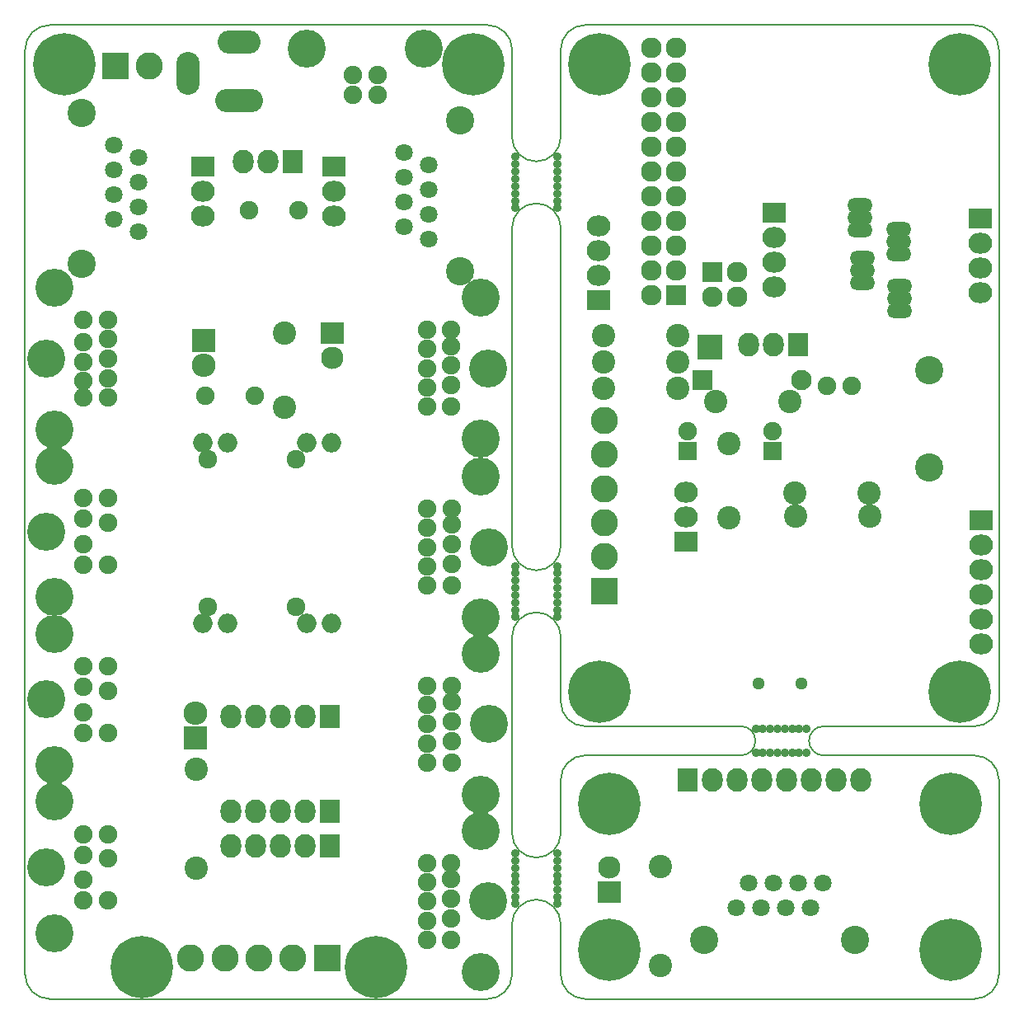
<source format=gbs>
G04 #@! TF.FileFunction,Soldermask,Bot*
%FSLAX46Y46*%
G04 Gerber Fmt 4.6, Leading zero omitted, Abs format (unit mm)*
G04 Created by KiCad (PCBNEW 4.0.7-e2-6376~58~ubuntu16.04.1) date Sun Nov 19 12:47:47 2017*
%MOMM*%
%LPD*%
G01*
G04 APERTURE LIST*
%ADD10C,0.100000*%
%ADD11C,0.150000*%
%ADD12R,2.127200X2.127200*%
%ADD13O,2.127200X2.127200*%
%ADD14C,6.400000*%
%ADD15C,1.900000*%
%ADD16C,3.900000*%
%ADD17C,1.800000*%
%ADD18C,2.900000*%
%ADD19R,2.432000X2.127200*%
%ADD20O,2.432000X2.127200*%
%ADD21R,2.127200X2.432000*%
%ADD22O,2.127200X2.432000*%
%ADD23C,2.800000*%
%ADD24R,2.800000X2.800000*%
%ADD25O,2.398980X4.400500*%
%ADD26O,4.400500X2.398980*%
%ADD27O,4.900880X2.398980*%
%ADD28C,1.901140*%
%ADD29R,1.900000X1.900000*%
%ADD30C,2.099260*%
%ADD31R,2.099260X2.099260*%
%ADD32C,2.899360*%
%ADD33C,1.299160*%
%ADD34R,2.432000X2.432000*%
%ADD35O,2.432000X2.432000*%
%ADD36C,2.398980*%
%ADD37C,0.900000*%
%ADD38C,3.900120*%
%ADD39R,2.400000X2.300000*%
%ADD40C,2.300000*%
%ADD41O,2.600000X1.500000*%
%ADD42R,2.635200X2.635200*%
%ADD43O,2.000000X2.000000*%
%ADD44C,1.924000*%
G04 APERTURE END LIST*
D10*
D11*
X167000000Y-126500000D02*
X167000000Y-146500000D01*
X167000000Y-118500000D02*
X167000000Y-51500000D01*
X122000000Y-112500000D02*
X122000000Y-118500000D01*
X122000000Y-126500000D02*
X122000000Y-132000000D01*
X117000000Y-69800000D02*
X117000000Y-102500000D01*
X122000000Y-102500000D02*
X122000000Y-69800000D01*
X117000000Y-112500000D02*
X117000000Y-111800000D01*
X122000000Y-112500000D02*
X122000000Y-111800000D01*
X117000000Y-146500000D02*
X117000000Y-141300000D01*
X122000000Y-141300000D02*
X122000000Y-146500000D01*
X117000000Y-129500000D02*
X117000000Y-132000000D01*
X117000000Y-112500000D02*
X117000000Y-129500000D01*
X117000000Y-102500000D02*
G75*
G03X119500000Y-105000000I2500000J0D01*
G01*
X119500000Y-105000000D02*
G75*
G03X122000000Y-102500000I0J2500000D01*
G01*
X119500000Y-109300000D02*
G75*
G03X117000000Y-111800000I0J-2500000D01*
G01*
X122000000Y-111800000D02*
G75*
G03X119500000Y-109300000I-2500000J0D01*
G01*
X149000000Y-124000000D02*
X164500000Y-124000000D01*
X167000000Y-126500000D02*
G75*
G03X164500000Y-124000000I-2500000J0D01*
G01*
X149000000Y-121000000D02*
X164500000Y-121000000D01*
X124500000Y-124000000D02*
X140500000Y-124000000D01*
X124500000Y-121000000D02*
X140500000Y-121000000D01*
X164500000Y-121000000D02*
G75*
G03X167000000Y-118500000I0J2500000D01*
G01*
X147500000Y-122500000D02*
G75*
G03X149000000Y-124000000I1500000J0D01*
G01*
X149000000Y-121000000D02*
G75*
G03X147500000Y-122500000I0J-1500000D01*
G01*
X140500000Y-124000000D02*
G75*
G03X142000000Y-122500000I0J1500000D01*
G01*
X142000000Y-122500000D02*
G75*
G03X140500000Y-121000000I-1500000J0D01*
G01*
X122000000Y-118500000D02*
G75*
G03X124500000Y-121000000I2500000J0D01*
G01*
X124500000Y-124000000D02*
G75*
G03X122000000Y-126500000I0J-2500000D01*
G01*
X119500000Y-67300000D02*
G75*
G03X117000000Y-69800000I0J-2500000D01*
G01*
X122000000Y-69800000D02*
G75*
G03X119500000Y-67300000I-2500000J0D01*
G01*
X117000000Y-132000000D02*
G75*
G03X119500000Y-134500000I2500000J0D01*
G01*
X119500000Y-134500000D02*
G75*
G03X122000000Y-132000000I0J2500000D01*
G01*
X122000000Y-60500000D02*
X122000000Y-51500000D01*
X119500000Y-63000000D02*
G75*
G03X122000000Y-60500000I0J2500000D01*
G01*
X117000000Y-60500000D02*
G75*
G03X119500000Y-63000000I2500000J0D01*
G01*
X124500000Y-49000000D02*
G75*
G03X122000000Y-51500000I0J-2500000D01*
G01*
X119500000Y-138800000D02*
G75*
G03X117000000Y-141300000I0J-2500000D01*
G01*
X122000000Y-141300000D02*
G75*
G03X119500000Y-138800000I-2500000J0D01*
G01*
X117000000Y-51500000D02*
X117000000Y-60500000D01*
X124500000Y-49000000D02*
X164500000Y-49000000D01*
X124500000Y-149000000D02*
X164500000Y-149000000D01*
X122000000Y-146500000D02*
G75*
G03X124500000Y-149000000I2500000J0D01*
G01*
X117000000Y-51500000D02*
G75*
G03X114500000Y-49000000I-2500000J0D01*
G01*
X114500000Y-149000000D02*
G75*
G03X117000000Y-146500000I0J2500000D01*
G01*
X67000000Y-146500000D02*
G75*
G03X69500000Y-149000000I2500000J0D01*
G01*
X164500000Y-149000000D02*
G75*
G03X167000000Y-146500000I0J2500000D01*
G01*
X69500000Y-49000000D02*
G75*
G03X67000000Y-51500000I0J-2500000D01*
G01*
X167000000Y-51500000D02*
G75*
G03X164500000Y-49000000I-2500000J0D01*
G01*
X67000000Y-146500000D02*
X67000000Y-51500000D01*
X69500000Y-149000000D02*
X114500000Y-149000000D01*
X69500000Y-49000000D02*
X114500000Y-49000000D01*
D12*
X133858000Y-76733400D03*
D13*
X131318000Y-76733400D03*
X133858000Y-74193400D03*
X131318000Y-74193400D03*
X133858000Y-71653400D03*
X131318000Y-71653400D03*
X133858000Y-69113400D03*
X131318000Y-69113400D03*
X133858000Y-66573400D03*
X131318000Y-66573400D03*
X133858000Y-64033400D03*
X131318000Y-64033400D03*
X133858000Y-61493400D03*
X131318000Y-61493400D03*
X133858000Y-58953400D03*
X131318000Y-58953400D03*
X133858000Y-56413400D03*
X131318000Y-56413400D03*
X133858000Y-53873400D03*
X131318000Y-53873400D03*
X133858000Y-51333400D03*
X131318000Y-51333400D03*
D14*
X162000000Y-129000000D03*
X163000000Y-117500000D03*
X126000000Y-53000000D03*
X163000000Y-53000000D03*
X126000000Y-117500000D03*
X162000000Y-144000000D03*
X127000000Y-129000000D03*
X127000000Y-144000000D03*
X103000000Y-145750000D03*
X113000000Y-53000000D03*
X79000000Y-145750000D03*
D15*
X110750000Y-136700000D03*
X110750000Y-138700000D03*
X110750000Y-140700000D03*
X110750000Y-135050000D03*
X108250000Y-137000000D03*
X108250000Y-139000000D03*
X110750000Y-142950000D03*
X108250000Y-135050000D03*
X108250000Y-141000000D03*
X108250000Y-142950000D03*
D16*
X113750000Y-146250000D03*
X114550000Y-139000000D03*
X113750000Y-131750000D03*
D15*
X110800000Y-118500000D03*
X110800000Y-120500000D03*
X110800000Y-122500000D03*
X110800000Y-116850000D03*
X108300000Y-118800000D03*
X108300000Y-120800000D03*
X110800000Y-124750000D03*
X108300000Y-116850000D03*
X108300000Y-122800000D03*
X108300000Y-124750000D03*
D16*
X113800000Y-128050000D03*
X114600000Y-120800000D03*
X113800000Y-113550000D03*
D15*
X110800000Y-100300000D03*
X110800000Y-102300000D03*
X110800000Y-104300000D03*
X110800000Y-98650000D03*
X108300000Y-100600000D03*
X108300000Y-102600000D03*
X110800000Y-106550000D03*
X108300000Y-98650000D03*
X108300000Y-104600000D03*
X108300000Y-106550000D03*
D16*
X113800000Y-109850000D03*
X114600000Y-102600000D03*
X113800000Y-95350000D03*
D15*
X110750000Y-81950000D03*
X110750000Y-83950000D03*
X110750000Y-85950000D03*
X110750000Y-80300000D03*
X108250000Y-82250000D03*
X108250000Y-84250000D03*
X110750000Y-88200000D03*
X108250000Y-80300000D03*
X108250000Y-86250000D03*
X108250000Y-88200000D03*
D16*
X113750000Y-91500000D03*
X114550000Y-84250000D03*
X113750000Y-77000000D03*
D15*
X73000000Y-85550000D03*
X73000000Y-83550000D03*
X73000000Y-81550000D03*
X73000000Y-87200000D03*
X75500000Y-85250000D03*
X75500000Y-83250000D03*
X73000000Y-79300000D03*
X75500000Y-87200000D03*
X75500000Y-81250000D03*
X75500000Y-79300000D03*
D16*
X70000000Y-76000000D03*
X69200000Y-83250000D03*
X70000000Y-90500000D03*
D15*
X73000000Y-119550000D03*
X73000000Y-116950000D03*
X73000000Y-121650000D03*
X73000000Y-114850000D03*
X75500000Y-121650000D03*
X75500000Y-117350000D03*
X75500000Y-114850000D03*
D16*
X70000000Y-111500000D03*
X69200000Y-118250000D03*
X70000000Y-125000000D03*
D15*
X73000000Y-136800000D03*
X73000000Y-134200000D03*
X73000000Y-138900000D03*
X73000000Y-132100000D03*
X75500000Y-138900000D03*
X75500000Y-134600000D03*
X75500000Y-132100000D03*
D16*
X70000000Y-128750000D03*
X69200000Y-135500000D03*
X70000000Y-142250000D03*
D17*
X76090000Y-63845000D03*
X76090000Y-61305000D03*
X78630000Y-62575000D03*
X78630000Y-65115000D03*
X76090000Y-66385000D03*
X78630000Y-67655000D03*
X76090000Y-68925000D03*
X78630000Y-70195000D03*
D18*
X72800000Y-58000000D03*
X72800000Y-73500000D03*
D17*
X108410000Y-68405000D03*
X108410000Y-70945000D03*
X105870000Y-69675000D03*
X105870000Y-67135000D03*
X108410000Y-65865000D03*
X105870000Y-64595000D03*
X108410000Y-63325000D03*
X105870000Y-62055000D03*
D18*
X111700000Y-74250000D03*
X111700000Y-58750000D03*
D19*
X85250000Y-63500000D03*
D20*
X85250000Y-66040000D03*
X85250000Y-68580000D03*
D19*
X98750000Y-63500000D03*
D20*
X98750000Y-66040000D03*
X98750000Y-68580000D03*
D14*
X71000000Y-53000000D03*
D21*
X98250000Y-133250000D03*
D22*
X95710000Y-133250000D03*
X93170000Y-133250000D03*
X90630000Y-133250000D03*
X88090000Y-133250000D03*
D23*
X94500000Y-144800000D03*
D24*
X98000000Y-144800000D03*
D23*
X91000000Y-144800000D03*
X87500000Y-144800000D03*
X84000000Y-144800000D03*
D25*
X83699020Y-54000120D03*
D26*
X89000000Y-50748920D03*
D27*
X89000000Y-56750940D03*
D17*
X142595000Y-139660000D03*
X140055000Y-139660000D03*
X141325000Y-137120000D03*
X143865000Y-137120000D03*
X145135000Y-139660000D03*
X146405000Y-137120000D03*
X147675000Y-139660000D03*
X148945000Y-137120000D03*
D18*
X136750000Y-142950000D03*
X152250000Y-142950000D03*
D21*
X135000000Y-126500000D03*
D22*
X137540000Y-126500000D03*
X140080000Y-126500000D03*
X142620000Y-126500000D03*
X145160000Y-126500000D03*
X147700000Y-126500000D03*
X150240000Y-126500000D03*
X152780000Y-126500000D03*
D21*
X98250000Y-129750000D03*
D22*
X95710000Y-129750000D03*
X93170000Y-129750000D03*
X90630000Y-129750000D03*
X88090000Y-129750000D03*
D21*
X98250000Y-120000000D03*
D22*
X95710000Y-120000000D03*
X93170000Y-120000000D03*
X90630000Y-120000000D03*
X88090000Y-120000000D03*
D23*
X79750000Y-53200000D03*
D24*
X76250000Y-53200000D03*
D21*
X94500000Y-63000000D03*
D22*
X91960000Y-63000000D03*
X89420000Y-63000000D03*
D28*
X149352000Y-86042500D03*
X151892000Y-86042500D03*
D29*
X143764000Y-92694000D03*
D15*
X143764000Y-90694000D03*
D29*
X135001000Y-92694000D03*
D15*
X135001000Y-90694000D03*
D30*
X146749020Y-85468460D03*
D31*
X136589020Y-85468460D03*
D15*
X73000000Y-102300000D03*
X73000000Y-99700000D03*
X73000000Y-104400000D03*
X73000000Y-97600000D03*
X75500000Y-104400000D03*
X75500000Y-100100000D03*
X75500000Y-97600000D03*
D16*
X70000000Y-94250000D03*
X69200000Y-101000000D03*
X70000000Y-107750000D03*
D32*
X159829500Y-84406740D03*
X159829500Y-94409260D03*
D33*
X142302900Y-116628400D03*
X146699640Y-116628400D03*
D19*
X165201600Y-99822000D03*
D20*
X165201600Y-102362000D03*
X165201600Y-104902000D03*
X165201600Y-107442000D03*
X165201600Y-109982000D03*
X165201600Y-112522000D03*
D23*
X126480800Y-103598800D03*
D24*
X126480800Y-107098800D03*
D23*
X126480800Y-100098800D03*
X126480800Y-96598800D03*
X126480800Y-93098800D03*
X126480800Y-89598800D03*
D34*
X84518500Y-122237500D03*
D35*
X84518500Y-119697500D03*
D36*
X153733500Y-99441000D03*
X146113500Y-99441000D03*
X137922000Y-87693500D03*
X145542000Y-87693500D03*
X139255500Y-99631500D03*
X139255500Y-92011500D03*
X146050000Y-97028000D03*
X153670000Y-97028000D03*
X93599000Y-80645000D03*
X93599000Y-88265000D03*
D28*
X90017600Y-68046600D03*
X95097600Y-68046600D03*
X90551000Y-87058500D03*
X85471000Y-87058500D03*
D37*
X142050000Y-123750000D03*
X142750000Y-123750000D03*
X147250000Y-123750000D03*
X146500000Y-123750000D03*
X145750000Y-123750000D03*
X145000000Y-123750000D03*
X144250000Y-123750000D03*
X143500000Y-123750000D03*
X142050000Y-121250000D03*
X142750000Y-121250000D03*
X147250000Y-121250000D03*
X146500000Y-121250000D03*
X145750000Y-121250000D03*
X145000000Y-121250000D03*
X144250000Y-121250000D03*
X143500000Y-121250000D03*
X121650000Y-139250000D03*
X121650000Y-138550000D03*
X121650000Y-134050000D03*
X121650000Y-134800000D03*
X121650000Y-135550000D03*
X121650000Y-136300000D03*
X121650000Y-137050000D03*
X121650000Y-137800000D03*
X117350000Y-139250000D03*
X117350000Y-138550000D03*
X117350000Y-134050000D03*
X117350000Y-134800000D03*
X117350000Y-135550000D03*
X117350000Y-136300000D03*
X117350000Y-137050000D03*
X117350000Y-137800000D03*
X121650000Y-109750000D03*
X121650000Y-109050000D03*
X121650000Y-104550000D03*
X121650000Y-105300000D03*
X121650000Y-106050000D03*
X121650000Y-106800000D03*
X121650000Y-107550000D03*
X121650000Y-108300000D03*
X117350000Y-109750000D03*
X117350000Y-109050000D03*
X117350000Y-104550000D03*
X117350000Y-105300000D03*
X117350000Y-106050000D03*
X117350000Y-106800000D03*
X117350000Y-107550000D03*
X117350000Y-108300000D03*
X121650000Y-67750000D03*
X121650000Y-67050000D03*
X121650000Y-62550000D03*
X121650000Y-63300000D03*
X121650000Y-64050000D03*
X121650000Y-64800000D03*
X121650000Y-65550000D03*
X121650000Y-66300000D03*
X117350000Y-67750000D03*
X117350000Y-67050000D03*
X117350000Y-62550000D03*
X117350000Y-63300000D03*
X117350000Y-64050000D03*
X117350000Y-64800000D03*
X117350000Y-65550000D03*
X117350000Y-66300000D03*
D36*
X84582000Y-135572500D03*
X84582000Y-125412500D03*
D28*
X103162100Y-54152800D03*
X100672900Y-54152800D03*
X100672900Y-56159400D03*
X103162100Y-56159400D03*
D38*
X107937300Y-51435000D03*
X95897700Y-51435000D03*
D39*
X127000000Y-138000000D03*
D40*
X127000000Y-135460000D03*
D36*
X132270500Y-135445500D03*
X132270500Y-145605500D03*
D21*
X146367500Y-81788000D03*
D22*
X143827500Y-81788000D03*
X141287500Y-81788000D03*
D19*
X125882400Y-77241400D03*
D20*
X125882400Y-74701400D03*
X125882400Y-72161400D03*
X125882400Y-69621400D03*
D19*
X134874000Y-102044500D03*
D20*
X134874000Y-99504500D03*
X134874000Y-96964500D03*
D41*
X152717500Y-67500500D03*
X152717500Y-68770500D03*
X152717500Y-70040500D03*
X156718000Y-69977000D03*
X156718000Y-71247000D03*
X156718000Y-72517000D03*
X152971500Y-72961500D03*
X152971500Y-74231500D03*
X152971500Y-75501500D03*
X156781500Y-75819000D03*
X156781500Y-77089000D03*
X156781500Y-78359000D03*
D12*
X137604500Y-74358500D03*
D13*
X140144500Y-74358500D03*
X137604500Y-76898500D03*
X140144500Y-76898500D03*
D42*
X137287000Y-82042000D03*
D36*
X133985000Y-80899000D03*
X126365000Y-80899000D03*
X133985000Y-83629500D03*
X126365000Y-83629500D03*
X126365000Y-86296500D03*
X133985000Y-86296500D03*
D19*
X143954500Y-68262500D03*
D20*
X143954500Y-70802500D03*
X143954500Y-73342500D03*
X143954500Y-75882500D03*
D19*
X165100000Y-68834000D03*
D20*
X165100000Y-71374000D03*
X165100000Y-73914000D03*
X165100000Y-76454000D03*
D43*
X85217000Y-91884500D03*
X87757000Y-91884500D03*
X95885000Y-91884500D03*
X98425000Y-91884500D03*
X85217000Y-110426500D03*
X87757000Y-110426500D03*
X95885000Y-110426500D03*
X98425000Y-110426500D03*
D44*
X94821000Y-93555500D03*
X94821000Y-108755500D03*
X85721000Y-93555500D03*
X85721000Y-108755500D03*
D39*
X98552000Y-80645000D03*
D40*
X98552000Y-83185000D03*
D34*
X85344000Y-81407000D03*
D35*
X85344000Y-83947000D03*
M02*

</source>
